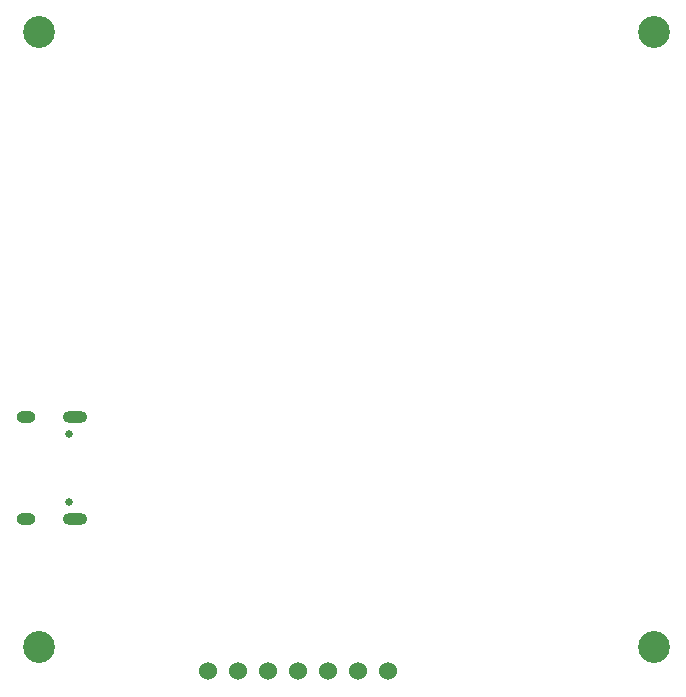
<source format=gbs>
%TF.GenerationSoftware,KiCad,Pcbnew,6.0.6*%
%TF.CreationDate,2022-08-19T01:01:07+00:00*%
%TF.ProjectId,minico2,6d696e69-636f-4322-9e6b-696361645f70,rev?*%
%TF.SameCoordinates,Original*%
%TF.FileFunction,Soldermask,Bot*%
%TF.FilePolarity,Negative*%
%FSLAX46Y46*%
G04 Gerber Fmt 4.6, Leading zero omitted, Abs format (unit mm)*
G04 Created by KiCad (PCBNEW 6.0.6) date 2022-08-19 01:01:07*
%MOMM*%
%LPD*%
G01*
G04 APERTURE LIST*
%ADD10C,2.700000*%
%ADD11C,0.650000*%
%ADD12O,1.600000X1.000000*%
%ADD13O,2.100000X1.000000*%
%ADD14C,1.524000*%
G04 APERTURE END LIST*
D10*
%TO.C,H2*%
X181000000Y-79000000D03*
%TD*%
%TO.C,H4*%
X181000000Y-131000000D03*
%TD*%
D11*
%TO.C,J1*%
X131490000Y-118790000D03*
X131490000Y-113010000D03*
D12*
X127840000Y-111580000D03*
D13*
X132020000Y-111580000D03*
X132020000Y-120220000D03*
D12*
X127840000Y-120220000D03*
%TD*%
D14*
%TO.C,U5*%
X143300000Y-133100000D03*
X145840000Y-133100000D03*
X148380000Y-133100000D03*
X150920000Y-133100000D03*
X153460000Y-133100000D03*
X156000000Y-133100000D03*
X158540000Y-133100000D03*
%TD*%
D10*
%TO.C,H1*%
X129000000Y-79000000D03*
%TD*%
%TO.C,H3*%
X129000000Y-131000000D03*
%TD*%
M02*

</source>
